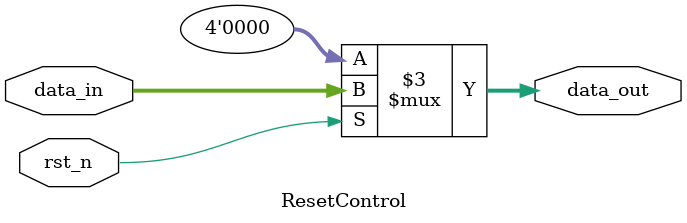
<source format=sv>
`timescale 1ns / 1ps

module AsyncReset_AND_Top(
    input rst_n,
    input [3:0] src1, src2,
    output [3:0] q
);
    // 内部信号
    wire [3:0] and_result;
    
    // 子模块实例化
    // 位与运算子模块
    BitWiseAND u_bit_wise_and (
        .operand1(src1),
        .operand2(src2),
        .result(and_result)
    );
    
    // 复位控制子模块
    ResetControl u_reset_control (
        .rst_n(rst_n),
        .data_in(and_result),
        .data_out(q)
    );

endmodule

//-----------------------------------------------------------------------------
// File: BitWiseAND.v
// Description: Performs bitwise AND operation on two inputs
// Standard: IEEE 1364-2005
//-----------------------------------------------------------------------------
module BitWiseAND #(
    parameter WIDTH = 4
)(
    input [WIDTH-1:0] operand1,
    input [WIDTH-1:0] operand2,
    output [WIDTH-1:0] result
);
    // 计算位与结果
    assign result = operand1 & operand2;
    
endmodule

//-----------------------------------------------------------------------------
// File: ResetControl.v
// Description: Controls asynchronous reset functionality
// Standard: IEEE 1364-2005
//-----------------------------------------------------------------------------
module ResetControl #(
    parameter WIDTH = 4,
    parameter RESET_VALUE = {WIDTH{1'b0}}
)(
    input rst_n,
    input [WIDTH-1:0] data_in,
    output reg [WIDTH-1:0] data_out
);
    // 使用always块替代条件运算符，提高可读性
    always @(*) begin
        if (rst_n) begin
            data_out = data_in;
        end else begin
            data_out = RESET_VALUE;
        end
    end
    
endmodule
</source>
